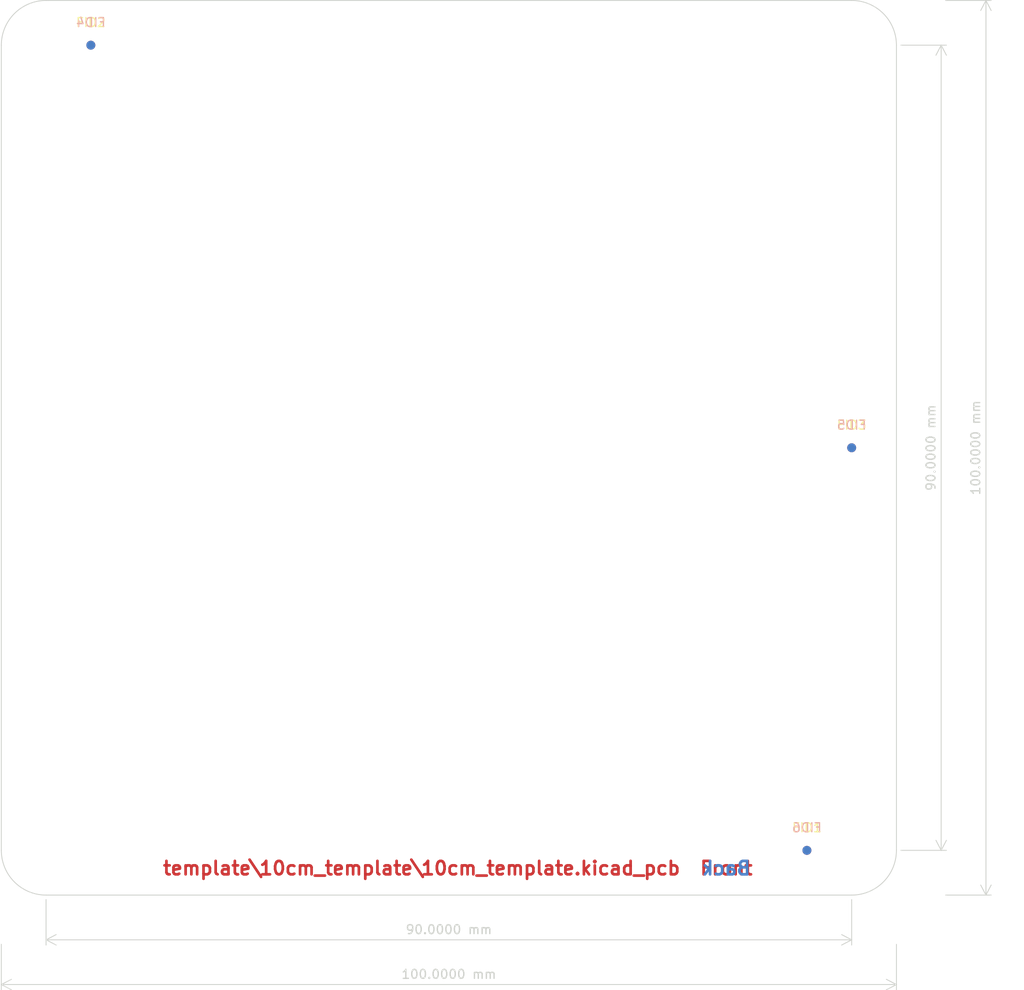
<source format=kicad_pcb>
(kicad_pcb (version 20211014) (generator pcbnew)
  (layers (0 "F.Cu" signal) (31 "B.Cu" signal) (34 "B.Paste" user) (35 "F.Paste" user) (36 "B.SilkS" user "B.Silkscreen") (37 "F.SilkS" user "F.Silkscreen") (38 "B.Mask" user) (39 "F.Mask" user) (44 "Edge.Cuts" user))
  (net 0 "")
  (footprint "footprint-lib:MountingHole_3.1mm_M3,rpi_like" (layer "F.Cu") (at 25 25)
    (fp_text reference "H1" hide)
    (fp_text value "MountingHole")
    (pad "" np_thru_hole circle locked (at 0 0) (size 3.1 3.1) (drill 3.1) (layers *.Cu *.Mask) (clearance 1.5))
  )
  (footprint "Fiducial:Fiducial_1mm_Mask3mm" (layer "F.Cu") (at 30 25)
    (fp_text reference "FID2" (at 0 -2.54) (layer "F.SilkS"))
    (fp_text value "Fiducial")
    (pad "" smd circle locked (at 0 0) (size 1 1) (layers "F.Cu" "F.Mask") (clearance 1))
  )
  (footprint "Fiducial:Fiducial_1mm_Mask3mm" (layer "F.Cu") (at 110 115)
    (fp_text reference "FID1" (at 0 -2.54) (layer "F.SilkS"))
    (fp_text value "Fiducial")
    (pad "" smd circle locked (at 0 0) (size 1 1) (layers "F.Cu" "F.Mask") (clearance 1))
  )
  (footprint "Fiducial:Fiducial_1mm_Mask3mm" (layer "F.Cu") (at 115 70)
    (fp_text reference "FID3" (at 0 -2.54) (layer "F.SilkS"))
    (fp_text value "Fiducial")
    (pad "" smd circle locked (at 0 0) (size 1 1) (layers "F.Cu" "F.Mask") (clearance 1))
  )
  (footprint "footprint-lib:MountingHole_3.1mm_M3,rpi_like" (layer "F.Cu") (at 115 115)
    (fp_text reference "H4" hide)
    (fp_text value "MountingHole")
    (pad "" np_thru_hole circle locked (at 0 0) (size 3.1 3.1) (drill 3.1) (layers *.Cu *.Mask) (clearance 1.5))
  )
  (footprint "footprint-lib:MountingHole_3.1mm_M3,rpi_like" (layer "F.Cu") (at 25 115)
    (fp_text reference "H3" hide)
    (fp_text value "MountingHole")
    (pad "" np_thru_hole circle locked (at 0 0) (size 3.1 3.1) (drill 3.1) (layers *.Cu *.Mask) (clearance 1.5))
  )
  (footprint "footprint-lib:MountingHole_3.1mm_M3,rpi_like" (layer "F.Cu") (at 115 25)
    (fp_text reference "H2" hide)
    (fp_text value "MountingHole")
    (pad "" np_thru_hole circle locked (at 0 0) (size 3.1 3.1) (drill 3.1) (layers *.Cu *.Mask) (clearance 1.5))
  )
  (footprint "Fiducial:Fiducial_1mm_Mask3mm" (layer "B.Cu") (at 115 70 180)
    (fp_text reference "FID5" (at 0 2.54) (layer "B.SilkS") (effects (justify mirror)))
    (fp_text value "Fiducial")
    (pad "" smd circle locked (at 0 0 180) (size 1 1) (layers "B.Cu" "B.Mask") (clearance 1))
  )
  (footprint "Fiducial:Fiducial_1mm_Mask3mm" (layer "B.Cu") (at 110 115 180)
    (fp_text reference "FID6" (at 0 2.54) (layer "B.SilkS") (effects (justify mirror)))
    (fp_text value "Fiducial")
    (pad "" smd circle locked (at 0 0 180) (size 1 1) (layers "B.Cu" "B.Mask") (clearance 1))
  )
  (footprint "Fiducial:Fiducial_1mm_Mask3mm" (layer "B.Cu") (at 30 25 180)
    (fp_text reference "FID4" (at 0 2.54) (layer "B.SilkS") (effects (justify mirror)))
    (fp_text value "Fiducial")
    (pad "" smd circle locked (at 0 0 180) (size 1 1) (layers "B.Cu" "B.Mask") (clearance 1))
  )
  (gr_arc (start 25 120) (mid 21.464466 118.535534) (end 20 115) (layer "Edge.Cuts") (width 0.1))
  (gr_arc (start 120 115) (mid 118.535534 118.535534) (end 115 120) (layer "Edge.Cuts") (width 0.1))
  (gr_arc (start 20 25) (mid 21.464466 21.464466) (end 25 20) (layer "Edge.Cuts") (width 0.1))
  (gr_arc (start 115 20) (mid 118.535534 21.464466) (end 120 25) (layer "Edge.Cuts") (width 0.1))
  (gr_line (start 115 20) (end 25 20) (layer "Edge.Cuts") (width 0.1))
  (gr_line (start 120 115) (end 120 25) (layer "Edge.Cuts") (width 0.1))
  (gr_line (start 25 120) (end 115 120) (layer "Edge.Cuts") (width 0.1))
  (gr_line (start 20 25) (end 20 115) (layer "Edge.Cuts") (width 0.1))
  (gr_text "template\\10cm_template\\10cm_template.kicad_pcb" (at 96 117) (layer "F.Cu") (effects (font (size 1.5 1.5) (thickness 0.3)) (justify right)))
  (gr_text "Front" (at 101 117) (layer "F.Cu") (effects (font (size 1.5 1.5) (thickness 0.3))))
  (gr_text "Back" (at 101 117) (layer "B.Cu") (effects (font (size 1.5 1.5) (thickness 0.3)) (justify mirror)))
  (dimension (type aligned) (layer "Edge.Cuts") (pts (xy 120 25) (xy 120 115)) (height -5) (gr_text "90.0000 mm" (at 123.85 70 90) (layer "Edge.Cuts") (effects (font (size 1 1) (thickness 0.15)))) (format (units 3) (units_format 1) (precision 4)) (style (thickness 0.1) (arrow_length 1.27) (text_position_mode 0) (extension_height 0.58642) (extension_offset 0.5) keep_text_aligned))
  (dimension (type aligned) (layer "Edge.Cuts") (pts (xy 125 120) (xy 125 20)) (height 5) (gr_text "100.0000 mm" (at 128.85 70 90) (layer "Edge.Cuts") (effects (font (size 1 1) (thickness 0.15)))) (format (units 3) (units_format 1) (precision 4)) (style (thickness 0.1) (arrow_length 1.27) (text_position_mode 0) (extension_height 0.58642) (extension_offset 0.5) keep_text_aligned))
  (dimension (type aligned) (layer "Edge.Cuts") (pts (xy 25 120) (xy 115 120)) (height 5) (gr_text "90.0000 mm" (at 70 123.85) (layer "Edge.Cuts") (effects (font (size 1 1) (thickness 0.15)))) (format (units 3) (units_format 1) (precision 4)) (style (thickness 0.1) (arrow_length 1.27) (text_position_mode 0) (extension_height 0.58642) (extension_offset 0.5) keep_text_aligned))
  (dimension (type aligned) (layer "Edge.Cuts") (pts (xy 120 125) (xy 20 125)) (height -5) (gr_text "100.0000 mm" (at 70 128.85) (layer "Edge.Cuts") (effects (font (size 1 1) (thickness 0.15)))) (format (units 3) (units_format 1) (precision 4)) (style (thickness 0.1) (arrow_length 1.27) (text_position_mode 0) (extension_height 0.58642) (extension_offset 0.5) keep_text_aligned))
)
</source>
